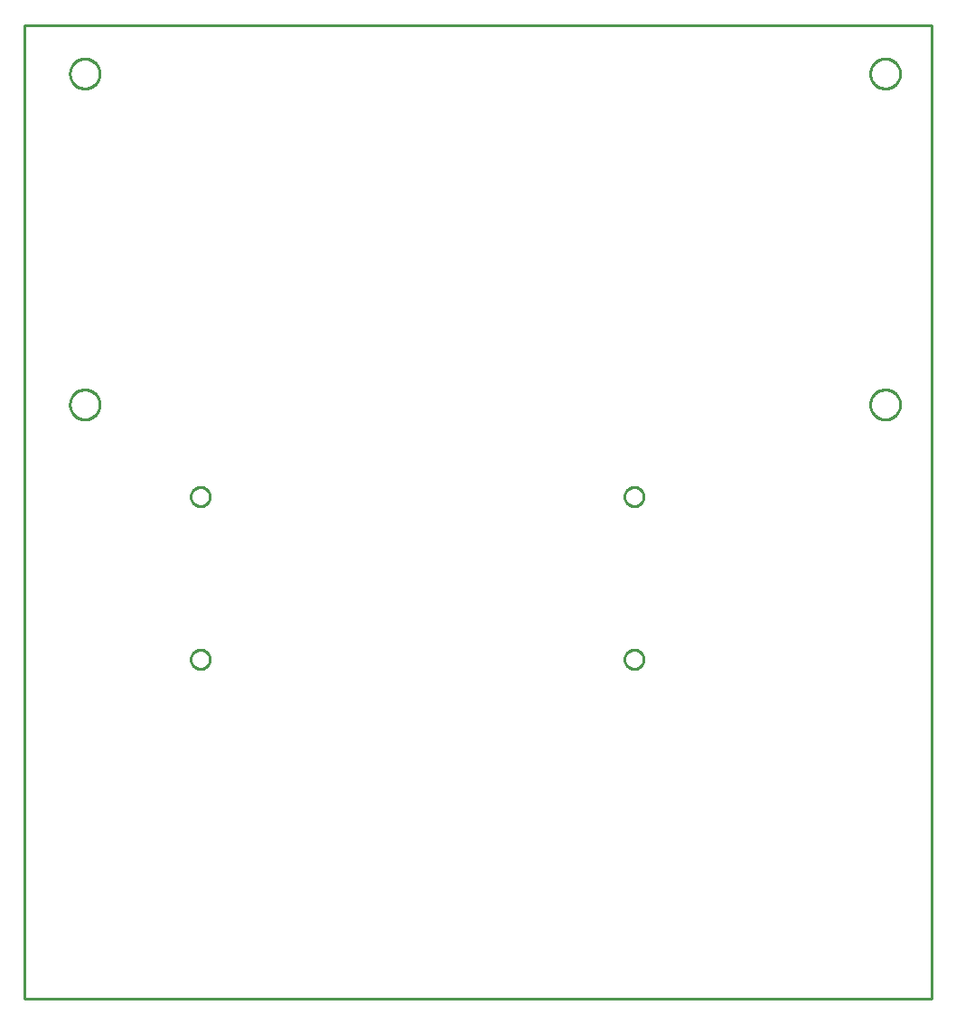
<source format=gbr>
G04 EAGLE Gerber RS-274X export*
G75*
%MOMM*%
%FSLAX34Y34*%
%LPD*%
%IN*%
%IPPOS*%
%AMOC8*
5,1,8,0,0,1.08239X$1,22.5*%
G01*
%ADD10C,0.254000*%


D10*
X-25400Y88900D02*
X825300Y88900D01*
X825300Y1000000D01*
X-25400Y1000000D01*
X-25400Y88900D01*
X537210Y559188D02*
X537278Y559961D01*
X537412Y560726D01*
X537613Y561476D01*
X537879Y562205D01*
X538207Y562909D01*
X538595Y563581D01*
X539040Y564217D01*
X539539Y564812D01*
X540088Y565361D01*
X540683Y565860D01*
X541319Y566305D01*
X541991Y566693D01*
X542695Y567021D01*
X543424Y567287D01*
X544174Y567488D01*
X544939Y567622D01*
X545712Y567690D01*
X546488Y567690D01*
X547261Y567622D01*
X548026Y567488D01*
X548776Y567287D01*
X549505Y567021D01*
X550209Y566693D01*
X550881Y566305D01*
X551517Y565860D01*
X552112Y565361D01*
X552661Y564812D01*
X553160Y564217D01*
X553605Y563581D01*
X553993Y562909D01*
X554321Y562205D01*
X554587Y561476D01*
X554788Y560726D01*
X554922Y559961D01*
X554990Y559188D01*
X554990Y558412D01*
X554922Y557639D01*
X554788Y556874D01*
X554587Y556124D01*
X554321Y555395D01*
X553993Y554691D01*
X553605Y554019D01*
X553160Y553383D01*
X552661Y552788D01*
X552112Y552239D01*
X551517Y551740D01*
X550881Y551295D01*
X550209Y550907D01*
X549505Y550579D01*
X548776Y550313D01*
X548026Y550112D01*
X547261Y549978D01*
X546488Y549910D01*
X545712Y549910D01*
X544939Y549978D01*
X544174Y550112D01*
X543424Y550313D01*
X542695Y550579D01*
X541991Y550907D01*
X541319Y551295D01*
X540683Y551740D01*
X540088Y552239D01*
X539539Y552788D01*
X539040Y553383D01*
X538595Y554019D01*
X538207Y554691D01*
X537879Y555395D01*
X537613Y556124D01*
X537412Y556874D01*
X537278Y557639D01*
X537210Y558412D01*
X537210Y559188D01*
X537210Y406788D02*
X537278Y407561D01*
X537412Y408326D01*
X537613Y409076D01*
X537879Y409805D01*
X538207Y410509D01*
X538595Y411181D01*
X539040Y411817D01*
X539539Y412412D01*
X540088Y412961D01*
X540683Y413460D01*
X541319Y413905D01*
X541991Y414293D01*
X542695Y414621D01*
X543424Y414887D01*
X544174Y415088D01*
X544939Y415222D01*
X545712Y415290D01*
X546488Y415290D01*
X547261Y415222D01*
X548026Y415088D01*
X548776Y414887D01*
X549505Y414621D01*
X550209Y414293D01*
X550881Y413905D01*
X551517Y413460D01*
X552112Y412961D01*
X552661Y412412D01*
X553160Y411817D01*
X553605Y411181D01*
X553993Y410509D01*
X554321Y409805D01*
X554587Y409076D01*
X554788Y408326D01*
X554922Y407561D01*
X554990Y406788D01*
X554990Y406012D01*
X554922Y405239D01*
X554788Y404474D01*
X554587Y403724D01*
X554321Y402995D01*
X553993Y402291D01*
X553605Y401619D01*
X553160Y400983D01*
X552661Y400388D01*
X552112Y399839D01*
X551517Y399340D01*
X550881Y398895D01*
X550209Y398507D01*
X549505Y398179D01*
X548776Y397913D01*
X548026Y397712D01*
X547261Y397578D01*
X546488Y397510D01*
X545712Y397510D01*
X544939Y397578D01*
X544174Y397712D01*
X543424Y397913D01*
X542695Y398179D01*
X541991Y398507D01*
X541319Y398895D01*
X540683Y399340D01*
X540088Y399839D01*
X539539Y400388D01*
X539040Y400983D01*
X538595Y401619D01*
X538207Y402291D01*
X537879Y402995D01*
X537613Y403724D01*
X537412Y404474D01*
X537278Y405239D01*
X537210Y406012D01*
X537210Y406788D01*
X130810Y406788D02*
X130878Y407561D01*
X131012Y408326D01*
X131213Y409076D01*
X131479Y409805D01*
X131807Y410509D01*
X132195Y411181D01*
X132640Y411817D01*
X133139Y412412D01*
X133688Y412961D01*
X134283Y413460D01*
X134919Y413905D01*
X135591Y414293D01*
X136295Y414621D01*
X137024Y414887D01*
X137774Y415088D01*
X138539Y415222D01*
X139312Y415290D01*
X140088Y415290D01*
X140861Y415222D01*
X141626Y415088D01*
X142376Y414887D01*
X143105Y414621D01*
X143809Y414293D01*
X144481Y413905D01*
X145117Y413460D01*
X145712Y412961D01*
X146261Y412412D01*
X146760Y411817D01*
X147205Y411181D01*
X147593Y410509D01*
X147921Y409805D01*
X148187Y409076D01*
X148388Y408326D01*
X148522Y407561D01*
X148590Y406788D01*
X148590Y406012D01*
X148522Y405239D01*
X148388Y404474D01*
X148187Y403724D01*
X147921Y402995D01*
X147593Y402291D01*
X147205Y401619D01*
X146760Y400983D01*
X146261Y400388D01*
X145712Y399839D01*
X145117Y399340D01*
X144481Y398895D01*
X143809Y398507D01*
X143105Y398179D01*
X142376Y397913D01*
X141626Y397712D01*
X140861Y397578D01*
X140088Y397510D01*
X139312Y397510D01*
X138539Y397578D01*
X137774Y397712D01*
X137024Y397913D01*
X136295Y398179D01*
X135591Y398507D01*
X134919Y398895D01*
X134283Y399340D01*
X133688Y399839D01*
X133139Y400388D01*
X132640Y400983D01*
X132195Y401619D01*
X131807Y402291D01*
X131479Y402995D01*
X131213Y403724D01*
X131012Y404474D01*
X130878Y405239D01*
X130810Y406012D01*
X130810Y406788D01*
X130810Y559188D02*
X130878Y559961D01*
X131012Y560726D01*
X131213Y561476D01*
X131479Y562205D01*
X131807Y562909D01*
X132195Y563581D01*
X132640Y564217D01*
X133139Y564812D01*
X133688Y565361D01*
X134283Y565860D01*
X134919Y566305D01*
X135591Y566693D01*
X136295Y567021D01*
X137024Y567287D01*
X137774Y567488D01*
X138539Y567622D01*
X139312Y567690D01*
X140088Y567690D01*
X140861Y567622D01*
X141626Y567488D01*
X142376Y567287D01*
X143105Y567021D01*
X143809Y566693D01*
X144481Y566305D01*
X145117Y565860D01*
X145712Y565361D01*
X146261Y564812D01*
X146760Y564217D01*
X147205Y563581D01*
X147593Y562909D01*
X147921Y562205D01*
X148187Y561476D01*
X148388Y560726D01*
X148522Y559961D01*
X148590Y559188D01*
X148590Y558412D01*
X148522Y557639D01*
X148388Y556874D01*
X148187Y556124D01*
X147921Y555395D01*
X147593Y554691D01*
X147205Y554019D01*
X146760Y553383D01*
X146261Y552788D01*
X145712Y552239D01*
X145117Y551740D01*
X144481Y551295D01*
X143809Y550907D01*
X143105Y550579D01*
X142376Y550313D01*
X141626Y550112D01*
X140861Y549978D01*
X140088Y549910D01*
X139312Y549910D01*
X138539Y549978D01*
X137774Y550112D01*
X137024Y550313D01*
X136295Y550579D01*
X135591Y550907D01*
X134919Y551295D01*
X134283Y551740D01*
X133688Y552239D01*
X133139Y552788D01*
X132640Y553383D01*
X132195Y554019D01*
X131807Y554691D01*
X131479Y555395D01*
X131213Y556124D01*
X131012Y556874D01*
X130878Y557639D01*
X130810Y558412D01*
X130810Y559188D01*
X45400Y954600D02*
X45329Y953603D01*
X45186Y952613D01*
X44974Y951636D01*
X44692Y950676D01*
X44343Y949739D01*
X43927Y948829D01*
X43448Y947952D01*
X42907Y947110D01*
X42308Y946310D01*
X41653Y945554D01*
X40946Y944847D01*
X40190Y944192D01*
X39390Y943593D01*
X38548Y943052D01*
X37671Y942573D01*
X36761Y942157D01*
X35824Y941808D01*
X34865Y941526D01*
X33887Y941314D01*
X32898Y941171D01*
X31900Y941100D01*
X30900Y941100D01*
X29903Y941171D01*
X28913Y941314D01*
X27936Y941526D01*
X26976Y941808D01*
X26039Y942157D01*
X25129Y942573D01*
X24252Y943052D01*
X23410Y943593D01*
X22610Y944192D01*
X21854Y944847D01*
X21147Y945554D01*
X20492Y946310D01*
X19893Y947110D01*
X19352Y947952D01*
X18873Y948829D01*
X18457Y949739D01*
X18108Y950676D01*
X17826Y951636D01*
X17614Y952613D01*
X17471Y953603D01*
X17400Y954600D01*
X17400Y955600D01*
X17471Y956598D01*
X17614Y957587D01*
X17826Y958565D01*
X18108Y959524D01*
X18457Y960461D01*
X18873Y961371D01*
X19352Y962248D01*
X19893Y963090D01*
X20492Y963890D01*
X21147Y964646D01*
X21854Y965353D01*
X22610Y966008D01*
X23410Y966607D01*
X24252Y967148D01*
X25129Y967627D01*
X26039Y968043D01*
X26976Y968392D01*
X27936Y968674D01*
X28913Y968886D01*
X29903Y969029D01*
X30900Y969100D01*
X31900Y969100D01*
X32898Y969029D01*
X33887Y968886D01*
X34865Y968674D01*
X35824Y968392D01*
X36761Y968043D01*
X37671Y967627D01*
X38548Y967148D01*
X39390Y966607D01*
X40190Y966008D01*
X40946Y965353D01*
X41653Y964646D01*
X42308Y963890D01*
X42907Y963090D01*
X43448Y962248D01*
X43927Y961371D01*
X44343Y960461D01*
X44692Y959524D01*
X44974Y958565D01*
X45186Y957587D01*
X45329Y956598D01*
X45400Y955600D01*
X45400Y954600D01*
X45400Y644600D02*
X45329Y643603D01*
X45186Y642613D01*
X44974Y641636D01*
X44692Y640676D01*
X44343Y639739D01*
X43927Y638829D01*
X43448Y637952D01*
X42907Y637110D01*
X42308Y636310D01*
X41653Y635554D01*
X40946Y634847D01*
X40190Y634192D01*
X39390Y633593D01*
X38548Y633052D01*
X37671Y632573D01*
X36761Y632157D01*
X35824Y631808D01*
X34865Y631526D01*
X33887Y631314D01*
X32898Y631171D01*
X31900Y631100D01*
X30900Y631100D01*
X29903Y631171D01*
X28913Y631314D01*
X27936Y631526D01*
X26976Y631808D01*
X26039Y632157D01*
X25129Y632573D01*
X24252Y633052D01*
X23410Y633593D01*
X22610Y634192D01*
X21854Y634847D01*
X21147Y635554D01*
X20492Y636310D01*
X19893Y637110D01*
X19352Y637952D01*
X18873Y638829D01*
X18457Y639739D01*
X18108Y640676D01*
X17826Y641636D01*
X17614Y642613D01*
X17471Y643603D01*
X17400Y644600D01*
X17400Y645600D01*
X17471Y646598D01*
X17614Y647587D01*
X17826Y648565D01*
X18108Y649524D01*
X18457Y650461D01*
X18873Y651371D01*
X19352Y652248D01*
X19893Y653090D01*
X20492Y653890D01*
X21147Y654646D01*
X21854Y655353D01*
X22610Y656008D01*
X23410Y656607D01*
X24252Y657148D01*
X25129Y657627D01*
X26039Y658043D01*
X26976Y658392D01*
X27936Y658674D01*
X28913Y658886D01*
X29903Y659029D01*
X30900Y659100D01*
X31900Y659100D01*
X32898Y659029D01*
X33887Y658886D01*
X34865Y658674D01*
X35824Y658392D01*
X36761Y658043D01*
X37671Y657627D01*
X38548Y657148D01*
X39390Y656607D01*
X40190Y656008D01*
X40946Y655353D01*
X41653Y654646D01*
X42308Y653890D01*
X42907Y653090D01*
X43448Y652248D01*
X43927Y651371D01*
X44343Y650461D01*
X44692Y649524D01*
X44974Y648565D01*
X45186Y647587D01*
X45329Y646598D01*
X45400Y645600D01*
X45400Y644600D01*
X795400Y954600D02*
X795329Y953603D01*
X795186Y952613D01*
X794974Y951636D01*
X794692Y950676D01*
X794343Y949739D01*
X793927Y948829D01*
X793448Y947952D01*
X792907Y947110D01*
X792308Y946310D01*
X791653Y945554D01*
X790946Y944847D01*
X790190Y944192D01*
X789390Y943593D01*
X788548Y943052D01*
X787671Y942573D01*
X786761Y942157D01*
X785824Y941808D01*
X784865Y941526D01*
X783887Y941314D01*
X782898Y941171D01*
X781900Y941100D01*
X780900Y941100D01*
X779903Y941171D01*
X778913Y941314D01*
X777936Y941526D01*
X776976Y941808D01*
X776039Y942157D01*
X775129Y942573D01*
X774252Y943052D01*
X773410Y943593D01*
X772610Y944192D01*
X771854Y944847D01*
X771147Y945554D01*
X770492Y946310D01*
X769893Y947110D01*
X769352Y947952D01*
X768873Y948829D01*
X768457Y949739D01*
X768108Y950676D01*
X767826Y951636D01*
X767614Y952613D01*
X767471Y953603D01*
X767400Y954600D01*
X767400Y955600D01*
X767471Y956598D01*
X767614Y957587D01*
X767826Y958565D01*
X768108Y959524D01*
X768457Y960461D01*
X768873Y961371D01*
X769352Y962248D01*
X769893Y963090D01*
X770492Y963890D01*
X771147Y964646D01*
X771854Y965353D01*
X772610Y966008D01*
X773410Y966607D01*
X774252Y967148D01*
X775129Y967627D01*
X776039Y968043D01*
X776976Y968392D01*
X777936Y968674D01*
X778913Y968886D01*
X779903Y969029D01*
X780900Y969100D01*
X781900Y969100D01*
X782898Y969029D01*
X783887Y968886D01*
X784865Y968674D01*
X785824Y968392D01*
X786761Y968043D01*
X787671Y967627D01*
X788548Y967148D01*
X789390Y966607D01*
X790190Y966008D01*
X790946Y965353D01*
X791653Y964646D01*
X792308Y963890D01*
X792907Y963090D01*
X793448Y962248D01*
X793927Y961371D01*
X794343Y960461D01*
X794692Y959524D01*
X794974Y958565D01*
X795186Y957587D01*
X795329Y956598D01*
X795400Y955600D01*
X795400Y954600D01*
X795400Y644600D02*
X795329Y643603D01*
X795186Y642613D01*
X794974Y641636D01*
X794692Y640676D01*
X794343Y639739D01*
X793927Y638829D01*
X793448Y637952D01*
X792907Y637110D01*
X792308Y636310D01*
X791653Y635554D01*
X790946Y634847D01*
X790190Y634192D01*
X789390Y633593D01*
X788548Y633052D01*
X787671Y632573D01*
X786761Y632157D01*
X785824Y631808D01*
X784865Y631526D01*
X783887Y631314D01*
X782898Y631171D01*
X781900Y631100D01*
X780900Y631100D01*
X779903Y631171D01*
X778913Y631314D01*
X777936Y631526D01*
X776976Y631808D01*
X776039Y632157D01*
X775129Y632573D01*
X774252Y633052D01*
X773410Y633593D01*
X772610Y634192D01*
X771854Y634847D01*
X771147Y635554D01*
X770492Y636310D01*
X769893Y637110D01*
X769352Y637952D01*
X768873Y638829D01*
X768457Y639739D01*
X768108Y640676D01*
X767826Y641636D01*
X767614Y642613D01*
X767471Y643603D01*
X767400Y644600D01*
X767400Y645600D01*
X767471Y646598D01*
X767614Y647587D01*
X767826Y648565D01*
X768108Y649524D01*
X768457Y650461D01*
X768873Y651371D01*
X769352Y652248D01*
X769893Y653090D01*
X770492Y653890D01*
X771147Y654646D01*
X771854Y655353D01*
X772610Y656008D01*
X773410Y656607D01*
X774252Y657148D01*
X775129Y657627D01*
X776039Y658043D01*
X776976Y658392D01*
X777936Y658674D01*
X778913Y658886D01*
X779903Y659029D01*
X780900Y659100D01*
X781900Y659100D01*
X782898Y659029D01*
X783887Y658886D01*
X784865Y658674D01*
X785824Y658392D01*
X786761Y658043D01*
X787671Y657627D01*
X788548Y657148D01*
X789390Y656607D01*
X790190Y656008D01*
X790946Y655353D01*
X791653Y654646D01*
X792308Y653890D01*
X792907Y653090D01*
X793448Y652248D01*
X793927Y651371D01*
X794343Y650461D01*
X794692Y649524D01*
X794974Y648565D01*
X795186Y647587D01*
X795329Y646598D01*
X795400Y645600D01*
X795400Y644600D01*
M02*

</source>
